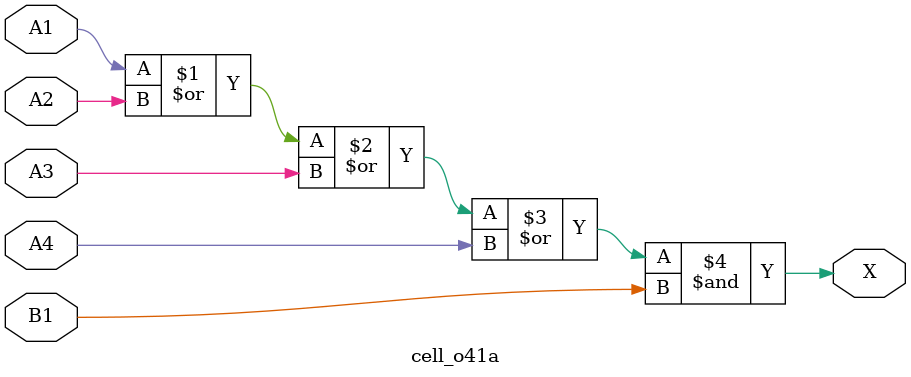
<source format=v>
`timescale 1ps/1ps
module cell_o41a
(
    input wire A1,
    input wire A2,
    input wire A3,
    input wire A4,
    input wire B1,
    output wire X
);
    assign X = ((A1 | A2 | A3 | A4) & B1);
endmodule

</source>
